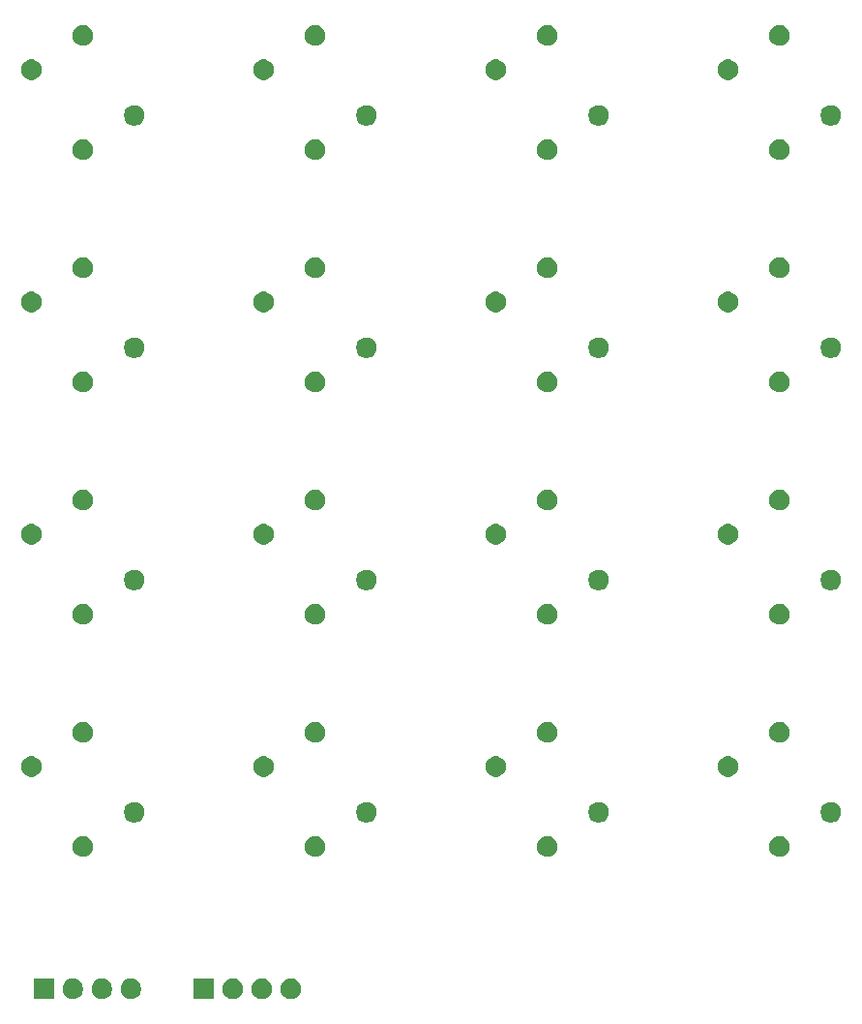
<source format=gbr>
G04 #@! TF.GenerationSoftware,KiCad,Pcbnew,(5.1.5)-3*
G04 #@! TF.CreationDate,2021-02-09T20:58:30+01:00*
G04 #@! TF.ProjectId,Keyboard,4b657962-6f61-4726-942e-6b696361645f,rev?*
G04 #@! TF.SameCoordinates,Original*
G04 #@! TF.FileFunction,Soldermask,Bot*
G04 #@! TF.FilePolarity,Negative*
%FSLAX46Y46*%
G04 Gerber Fmt 4.6, Leading zero omitted, Abs format (unit mm)*
G04 Created by KiCad (PCBNEW (5.1.5)-3) date 2021-02-09 20:58:30*
%MOMM*%
%LPD*%
G04 APERTURE LIST*
%ADD10C,0.100000*%
G04 APERTURE END LIST*
D10*
G36*
X121733512Y-129103927D02*
G01*
X121882812Y-129133624D01*
X122046784Y-129201544D01*
X122194354Y-129300147D01*
X122319853Y-129425646D01*
X122418456Y-129573216D01*
X122486376Y-129737188D01*
X122521000Y-129911259D01*
X122521000Y-130088741D01*
X122486376Y-130262812D01*
X122418456Y-130426784D01*
X122319853Y-130574354D01*
X122194354Y-130699853D01*
X122046784Y-130798456D01*
X121882812Y-130866376D01*
X121733512Y-130896073D01*
X121708742Y-130901000D01*
X121531258Y-130901000D01*
X121506488Y-130896073D01*
X121357188Y-130866376D01*
X121193216Y-130798456D01*
X121045646Y-130699853D01*
X120920147Y-130574354D01*
X120821544Y-130426784D01*
X120753624Y-130262812D01*
X120719000Y-130088741D01*
X120719000Y-129911259D01*
X120753624Y-129737188D01*
X120821544Y-129573216D01*
X120920147Y-129425646D01*
X121045646Y-129300147D01*
X121193216Y-129201544D01*
X121357188Y-129133624D01*
X121506488Y-129103927D01*
X121531258Y-129099000D01*
X121708742Y-129099000D01*
X121733512Y-129103927D01*
G37*
G36*
X116653512Y-129103927D02*
G01*
X116802812Y-129133624D01*
X116966784Y-129201544D01*
X117114354Y-129300147D01*
X117239853Y-129425646D01*
X117338456Y-129573216D01*
X117406376Y-129737188D01*
X117441000Y-129911259D01*
X117441000Y-130088741D01*
X117406376Y-130262812D01*
X117338456Y-130426784D01*
X117239853Y-130574354D01*
X117114354Y-130699853D01*
X116966784Y-130798456D01*
X116802812Y-130866376D01*
X116653512Y-130896073D01*
X116628742Y-130901000D01*
X116451258Y-130901000D01*
X116426488Y-130896073D01*
X116277188Y-130866376D01*
X116113216Y-130798456D01*
X115965646Y-130699853D01*
X115840147Y-130574354D01*
X115741544Y-130426784D01*
X115673624Y-130262812D01*
X115639000Y-130088741D01*
X115639000Y-129911259D01*
X115673624Y-129737188D01*
X115741544Y-129573216D01*
X115840147Y-129425646D01*
X115965646Y-129300147D01*
X116113216Y-129201544D01*
X116277188Y-129133624D01*
X116426488Y-129103927D01*
X116451258Y-129099000D01*
X116628742Y-129099000D01*
X116653512Y-129103927D01*
G37*
G36*
X114901000Y-130901000D02*
G01*
X113099000Y-130901000D01*
X113099000Y-129099000D01*
X114901000Y-129099000D01*
X114901000Y-130901000D01*
G37*
G36*
X107733512Y-129103927D02*
G01*
X107882812Y-129133624D01*
X108046784Y-129201544D01*
X108194354Y-129300147D01*
X108319853Y-129425646D01*
X108418456Y-129573216D01*
X108486376Y-129737188D01*
X108521000Y-129911259D01*
X108521000Y-130088741D01*
X108486376Y-130262812D01*
X108418456Y-130426784D01*
X108319853Y-130574354D01*
X108194354Y-130699853D01*
X108046784Y-130798456D01*
X107882812Y-130866376D01*
X107733512Y-130896073D01*
X107708742Y-130901000D01*
X107531258Y-130901000D01*
X107506488Y-130896073D01*
X107357188Y-130866376D01*
X107193216Y-130798456D01*
X107045646Y-130699853D01*
X106920147Y-130574354D01*
X106821544Y-130426784D01*
X106753624Y-130262812D01*
X106719000Y-130088741D01*
X106719000Y-129911259D01*
X106753624Y-129737188D01*
X106821544Y-129573216D01*
X106920147Y-129425646D01*
X107045646Y-129300147D01*
X107193216Y-129201544D01*
X107357188Y-129133624D01*
X107506488Y-129103927D01*
X107531258Y-129099000D01*
X107708742Y-129099000D01*
X107733512Y-129103927D01*
G37*
G36*
X105193512Y-129103927D02*
G01*
X105342812Y-129133624D01*
X105506784Y-129201544D01*
X105654354Y-129300147D01*
X105779853Y-129425646D01*
X105878456Y-129573216D01*
X105946376Y-129737188D01*
X105981000Y-129911259D01*
X105981000Y-130088741D01*
X105946376Y-130262812D01*
X105878456Y-130426784D01*
X105779853Y-130574354D01*
X105654354Y-130699853D01*
X105506784Y-130798456D01*
X105342812Y-130866376D01*
X105193512Y-130896073D01*
X105168742Y-130901000D01*
X104991258Y-130901000D01*
X104966488Y-130896073D01*
X104817188Y-130866376D01*
X104653216Y-130798456D01*
X104505646Y-130699853D01*
X104380147Y-130574354D01*
X104281544Y-130426784D01*
X104213624Y-130262812D01*
X104179000Y-130088741D01*
X104179000Y-129911259D01*
X104213624Y-129737188D01*
X104281544Y-129573216D01*
X104380147Y-129425646D01*
X104505646Y-129300147D01*
X104653216Y-129201544D01*
X104817188Y-129133624D01*
X104966488Y-129103927D01*
X104991258Y-129099000D01*
X105168742Y-129099000D01*
X105193512Y-129103927D01*
G37*
G36*
X102653512Y-129103927D02*
G01*
X102802812Y-129133624D01*
X102966784Y-129201544D01*
X103114354Y-129300147D01*
X103239853Y-129425646D01*
X103338456Y-129573216D01*
X103406376Y-129737188D01*
X103441000Y-129911259D01*
X103441000Y-130088741D01*
X103406376Y-130262812D01*
X103338456Y-130426784D01*
X103239853Y-130574354D01*
X103114354Y-130699853D01*
X102966784Y-130798456D01*
X102802812Y-130866376D01*
X102653512Y-130896073D01*
X102628742Y-130901000D01*
X102451258Y-130901000D01*
X102426488Y-130896073D01*
X102277188Y-130866376D01*
X102113216Y-130798456D01*
X101965646Y-130699853D01*
X101840147Y-130574354D01*
X101741544Y-130426784D01*
X101673624Y-130262812D01*
X101639000Y-130088741D01*
X101639000Y-129911259D01*
X101673624Y-129737188D01*
X101741544Y-129573216D01*
X101840147Y-129425646D01*
X101965646Y-129300147D01*
X102113216Y-129201544D01*
X102277188Y-129133624D01*
X102426488Y-129103927D01*
X102451258Y-129099000D01*
X102628742Y-129099000D01*
X102653512Y-129103927D01*
G37*
G36*
X100901000Y-130901000D02*
G01*
X99099000Y-130901000D01*
X99099000Y-129099000D01*
X100901000Y-129099000D01*
X100901000Y-130901000D01*
G37*
G36*
X119193512Y-129103927D02*
G01*
X119342812Y-129133624D01*
X119506784Y-129201544D01*
X119654354Y-129300147D01*
X119779853Y-129425646D01*
X119878456Y-129573216D01*
X119946376Y-129737188D01*
X119981000Y-129911259D01*
X119981000Y-130088741D01*
X119946376Y-130262812D01*
X119878456Y-130426784D01*
X119779853Y-130574354D01*
X119654354Y-130699853D01*
X119506784Y-130798456D01*
X119342812Y-130866376D01*
X119193512Y-130896073D01*
X119168742Y-130901000D01*
X118991258Y-130901000D01*
X118966488Y-130896073D01*
X118817188Y-130866376D01*
X118653216Y-130798456D01*
X118505646Y-130699853D01*
X118380147Y-130574354D01*
X118281544Y-130426784D01*
X118213624Y-130262812D01*
X118179000Y-130088741D01*
X118179000Y-129911259D01*
X118213624Y-129737188D01*
X118281544Y-129573216D01*
X118380147Y-129425646D01*
X118505646Y-129300147D01*
X118653216Y-129201544D01*
X118817188Y-129133624D01*
X118966488Y-129103927D01*
X118991258Y-129099000D01*
X119168742Y-129099000D01*
X119193512Y-129103927D01*
G37*
G36*
X144171512Y-116665927D02*
G01*
X144320812Y-116695624D01*
X144484784Y-116763544D01*
X144632354Y-116862147D01*
X144757853Y-116987646D01*
X144856456Y-117135216D01*
X144924376Y-117299188D01*
X144959000Y-117473259D01*
X144959000Y-117650741D01*
X144924376Y-117824812D01*
X144856456Y-117988784D01*
X144757853Y-118136354D01*
X144632354Y-118261853D01*
X144484784Y-118360456D01*
X144320812Y-118428376D01*
X144171512Y-118458073D01*
X144146742Y-118463000D01*
X143969258Y-118463000D01*
X143944488Y-118458073D01*
X143795188Y-118428376D01*
X143631216Y-118360456D01*
X143483646Y-118261853D01*
X143358147Y-118136354D01*
X143259544Y-117988784D01*
X143191624Y-117824812D01*
X143157000Y-117650741D01*
X143157000Y-117473259D01*
X143191624Y-117299188D01*
X143259544Y-117135216D01*
X143358147Y-116987646D01*
X143483646Y-116862147D01*
X143631216Y-116763544D01*
X143795188Y-116695624D01*
X143944488Y-116665927D01*
X143969258Y-116661000D01*
X144146742Y-116661000D01*
X144171512Y-116665927D01*
G37*
G36*
X123851512Y-116665927D02*
G01*
X124000812Y-116695624D01*
X124164784Y-116763544D01*
X124312354Y-116862147D01*
X124437853Y-116987646D01*
X124536456Y-117135216D01*
X124604376Y-117299188D01*
X124639000Y-117473259D01*
X124639000Y-117650741D01*
X124604376Y-117824812D01*
X124536456Y-117988784D01*
X124437853Y-118136354D01*
X124312354Y-118261853D01*
X124164784Y-118360456D01*
X124000812Y-118428376D01*
X123851512Y-118458073D01*
X123826742Y-118463000D01*
X123649258Y-118463000D01*
X123624488Y-118458073D01*
X123475188Y-118428376D01*
X123311216Y-118360456D01*
X123163646Y-118261853D01*
X123038147Y-118136354D01*
X122939544Y-117988784D01*
X122871624Y-117824812D01*
X122837000Y-117650741D01*
X122837000Y-117473259D01*
X122871624Y-117299188D01*
X122939544Y-117135216D01*
X123038147Y-116987646D01*
X123163646Y-116862147D01*
X123311216Y-116763544D01*
X123475188Y-116695624D01*
X123624488Y-116665927D01*
X123649258Y-116661000D01*
X123826742Y-116661000D01*
X123851512Y-116665927D01*
G37*
G36*
X164491512Y-116665927D02*
G01*
X164640812Y-116695624D01*
X164804784Y-116763544D01*
X164952354Y-116862147D01*
X165077853Y-116987646D01*
X165176456Y-117135216D01*
X165244376Y-117299188D01*
X165279000Y-117473259D01*
X165279000Y-117650741D01*
X165244376Y-117824812D01*
X165176456Y-117988784D01*
X165077853Y-118136354D01*
X164952354Y-118261853D01*
X164804784Y-118360456D01*
X164640812Y-118428376D01*
X164491512Y-118458073D01*
X164466742Y-118463000D01*
X164289258Y-118463000D01*
X164264488Y-118458073D01*
X164115188Y-118428376D01*
X163951216Y-118360456D01*
X163803646Y-118261853D01*
X163678147Y-118136354D01*
X163579544Y-117988784D01*
X163511624Y-117824812D01*
X163477000Y-117650741D01*
X163477000Y-117473259D01*
X163511624Y-117299188D01*
X163579544Y-117135216D01*
X163678147Y-116987646D01*
X163803646Y-116862147D01*
X163951216Y-116763544D01*
X164115188Y-116695624D01*
X164264488Y-116665927D01*
X164289258Y-116661000D01*
X164466742Y-116661000D01*
X164491512Y-116665927D01*
G37*
G36*
X103531512Y-116665927D02*
G01*
X103680812Y-116695624D01*
X103844784Y-116763544D01*
X103992354Y-116862147D01*
X104117853Y-116987646D01*
X104216456Y-117135216D01*
X104284376Y-117299188D01*
X104319000Y-117473259D01*
X104319000Y-117650741D01*
X104284376Y-117824812D01*
X104216456Y-117988784D01*
X104117853Y-118136354D01*
X103992354Y-118261853D01*
X103844784Y-118360456D01*
X103680812Y-118428376D01*
X103531512Y-118458073D01*
X103506742Y-118463000D01*
X103329258Y-118463000D01*
X103304488Y-118458073D01*
X103155188Y-118428376D01*
X102991216Y-118360456D01*
X102843646Y-118261853D01*
X102718147Y-118136354D01*
X102619544Y-117988784D01*
X102551624Y-117824812D01*
X102517000Y-117650741D01*
X102517000Y-117473259D01*
X102551624Y-117299188D01*
X102619544Y-117135216D01*
X102718147Y-116987646D01*
X102843646Y-116862147D01*
X102991216Y-116763544D01*
X103155188Y-116695624D01*
X103304488Y-116665927D01*
X103329258Y-116661000D01*
X103506742Y-116661000D01*
X103531512Y-116665927D01*
G37*
G36*
X168991512Y-113665927D02*
G01*
X169140812Y-113695624D01*
X169304784Y-113763544D01*
X169452354Y-113862147D01*
X169577853Y-113987646D01*
X169676456Y-114135216D01*
X169744376Y-114299188D01*
X169779000Y-114473259D01*
X169779000Y-114650741D01*
X169744376Y-114824812D01*
X169676456Y-114988784D01*
X169577853Y-115136354D01*
X169452354Y-115261853D01*
X169304784Y-115360456D01*
X169140812Y-115428376D01*
X168991512Y-115458073D01*
X168966742Y-115463000D01*
X168789258Y-115463000D01*
X168764488Y-115458073D01*
X168615188Y-115428376D01*
X168451216Y-115360456D01*
X168303646Y-115261853D01*
X168178147Y-115136354D01*
X168079544Y-114988784D01*
X168011624Y-114824812D01*
X167977000Y-114650741D01*
X167977000Y-114473259D01*
X168011624Y-114299188D01*
X168079544Y-114135216D01*
X168178147Y-113987646D01*
X168303646Y-113862147D01*
X168451216Y-113763544D01*
X168615188Y-113695624D01*
X168764488Y-113665927D01*
X168789258Y-113661000D01*
X168966742Y-113661000D01*
X168991512Y-113665927D01*
G37*
G36*
X108031512Y-113665927D02*
G01*
X108180812Y-113695624D01*
X108344784Y-113763544D01*
X108492354Y-113862147D01*
X108617853Y-113987646D01*
X108716456Y-114135216D01*
X108784376Y-114299188D01*
X108819000Y-114473259D01*
X108819000Y-114650741D01*
X108784376Y-114824812D01*
X108716456Y-114988784D01*
X108617853Y-115136354D01*
X108492354Y-115261853D01*
X108344784Y-115360456D01*
X108180812Y-115428376D01*
X108031512Y-115458073D01*
X108006742Y-115463000D01*
X107829258Y-115463000D01*
X107804488Y-115458073D01*
X107655188Y-115428376D01*
X107491216Y-115360456D01*
X107343646Y-115261853D01*
X107218147Y-115136354D01*
X107119544Y-114988784D01*
X107051624Y-114824812D01*
X107017000Y-114650741D01*
X107017000Y-114473259D01*
X107051624Y-114299188D01*
X107119544Y-114135216D01*
X107218147Y-113987646D01*
X107343646Y-113862147D01*
X107491216Y-113763544D01*
X107655188Y-113695624D01*
X107804488Y-113665927D01*
X107829258Y-113661000D01*
X108006742Y-113661000D01*
X108031512Y-113665927D01*
G37*
G36*
X128351512Y-113665927D02*
G01*
X128500812Y-113695624D01*
X128664784Y-113763544D01*
X128812354Y-113862147D01*
X128937853Y-113987646D01*
X129036456Y-114135216D01*
X129104376Y-114299188D01*
X129139000Y-114473259D01*
X129139000Y-114650741D01*
X129104376Y-114824812D01*
X129036456Y-114988784D01*
X128937853Y-115136354D01*
X128812354Y-115261853D01*
X128664784Y-115360456D01*
X128500812Y-115428376D01*
X128351512Y-115458073D01*
X128326742Y-115463000D01*
X128149258Y-115463000D01*
X128124488Y-115458073D01*
X127975188Y-115428376D01*
X127811216Y-115360456D01*
X127663646Y-115261853D01*
X127538147Y-115136354D01*
X127439544Y-114988784D01*
X127371624Y-114824812D01*
X127337000Y-114650741D01*
X127337000Y-114473259D01*
X127371624Y-114299188D01*
X127439544Y-114135216D01*
X127538147Y-113987646D01*
X127663646Y-113862147D01*
X127811216Y-113763544D01*
X127975188Y-113695624D01*
X128124488Y-113665927D01*
X128149258Y-113661000D01*
X128326742Y-113661000D01*
X128351512Y-113665927D01*
G37*
G36*
X148671512Y-113665927D02*
G01*
X148820812Y-113695624D01*
X148984784Y-113763544D01*
X149132354Y-113862147D01*
X149257853Y-113987646D01*
X149356456Y-114135216D01*
X149424376Y-114299188D01*
X149459000Y-114473259D01*
X149459000Y-114650741D01*
X149424376Y-114824812D01*
X149356456Y-114988784D01*
X149257853Y-115136354D01*
X149132354Y-115261853D01*
X148984784Y-115360456D01*
X148820812Y-115428376D01*
X148671512Y-115458073D01*
X148646742Y-115463000D01*
X148469258Y-115463000D01*
X148444488Y-115458073D01*
X148295188Y-115428376D01*
X148131216Y-115360456D01*
X147983646Y-115261853D01*
X147858147Y-115136354D01*
X147759544Y-114988784D01*
X147691624Y-114824812D01*
X147657000Y-114650741D01*
X147657000Y-114473259D01*
X147691624Y-114299188D01*
X147759544Y-114135216D01*
X147858147Y-113987646D01*
X147983646Y-113862147D01*
X148131216Y-113763544D01*
X148295188Y-113695624D01*
X148444488Y-113665927D01*
X148469258Y-113661000D01*
X148646742Y-113661000D01*
X148671512Y-113665927D01*
G37*
G36*
X119351512Y-109665927D02*
G01*
X119500812Y-109695624D01*
X119664784Y-109763544D01*
X119812354Y-109862147D01*
X119937853Y-109987646D01*
X120036456Y-110135216D01*
X120104376Y-110299188D01*
X120139000Y-110473259D01*
X120139000Y-110650741D01*
X120104376Y-110824812D01*
X120036456Y-110988784D01*
X119937853Y-111136354D01*
X119812354Y-111261853D01*
X119664784Y-111360456D01*
X119500812Y-111428376D01*
X119351512Y-111458073D01*
X119326742Y-111463000D01*
X119149258Y-111463000D01*
X119124488Y-111458073D01*
X118975188Y-111428376D01*
X118811216Y-111360456D01*
X118663646Y-111261853D01*
X118538147Y-111136354D01*
X118439544Y-110988784D01*
X118371624Y-110824812D01*
X118337000Y-110650741D01*
X118337000Y-110473259D01*
X118371624Y-110299188D01*
X118439544Y-110135216D01*
X118538147Y-109987646D01*
X118663646Y-109862147D01*
X118811216Y-109763544D01*
X118975188Y-109695624D01*
X119124488Y-109665927D01*
X119149258Y-109661000D01*
X119326742Y-109661000D01*
X119351512Y-109665927D01*
G37*
G36*
X99031512Y-109665927D02*
G01*
X99180812Y-109695624D01*
X99344784Y-109763544D01*
X99492354Y-109862147D01*
X99617853Y-109987646D01*
X99716456Y-110135216D01*
X99784376Y-110299188D01*
X99819000Y-110473259D01*
X99819000Y-110650741D01*
X99784376Y-110824812D01*
X99716456Y-110988784D01*
X99617853Y-111136354D01*
X99492354Y-111261853D01*
X99344784Y-111360456D01*
X99180812Y-111428376D01*
X99031512Y-111458073D01*
X99006742Y-111463000D01*
X98829258Y-111463000D01*
X98804488Y-111458073D01*
X98655188Y-111428376D01*
X98491216Y-111360456D01*
X98343646Y-111261853D01*
X98218147Y-111136354D01*
X98119544Y-110988784D01*
X98051624Y-110824812D01*
X98017000Y-110650741D01*
X98017000Y-110473259D01*
X98051624Y-110299188D01*
X98119544Y-110135216D01*
X98218147Y-109987646D01*
X98343646Y-109862147D01*
X98491216Y-109763544D01*
X98655188Y-109695624D01*
X98804488Y-109665927D01*
X98829258Y-109661000D01*
X99006742Y-109661000D01*
X99031512Y-109665927D01*
G37*
G36*
X139671512Y-109665927D02*
G01*
X139820812Y-109695624D01*
X139984784Y-109763544D01*
X140132354Y-109862147D01*
X140257853Y-109987646D01*
X140356456Y-110135216D01*
X140424376Y-110299188D01*
X140459000Y-110473259D01*
X140459000Y-110650741D01*
X140424376Y-110824812D01*
X140356456Y-110988784D01*
X140257853Y-111136354D01*
X140132354Y-111261853D01*
X139984784Y-111360456D01*
X139820812Y-111428376D01*
X139671512Y-111458073D01*
X139646742Y-111463000D01*
X139469258Y-111463000D01*
X139444488Y-111458073D01*
X139295188Y-111428376D01*
X139131216Y-111360456D01*
X138983646Y-111261853D01*
X138858147Y-111136354D01*
X138759544Y-110988784D01*
X138691624Y-110824812D01*
X138657000Y-110650741D01*
X138657000Y-110473259D01*
X138691624Y-110299188D01*
X138759544Y-110135216D01*
X138858147Y-109987646D01*
X138983646Y-109862147D01*
X139131216Y-109763544D01*
X139295188Y-109695624D01*
X139444488Y-109665927D01*
X139469258Y-109661000D01*
X139646742Y-109661000D01*
X139671512Y-109665927D01*
G37*
G36*
X159991512Y-109665927D02*
G01*
X160140812Y-109695624D01*
X160304784Y-109763544D01*
X160452354Y-109862147D01*
X160577853Y-109987646D01*
X160676456Y-110135216D01*
X160744376Y-110299188D01*
X160779000Y-110473259D01*
X160779000Y-110650741D01*
X160744376Y-110824812D01*
X160676456Y-110988784D01*
X160577853Y-111136354D01*
X160452354Y-111261853D01*
X160304784Y-111360456D01*
X160140812Y-111428376D01*
X159991512Y-111458073D01*
X159966742Y-111463000D01*
X159789258Y-111463000D01*
X159764488Y-111458073D01*
X159615188Y-111428376D01*
X159451216Y-111360456D01*
X159303646Y-111261853D01*
X159178147Y-111136354D01*
X159079544Y-110988784D01*
X159011624Y-110824812D01*
X158977000Y-110650741D01*
X158977000Y-110473259D01*
X159011624Y-110299188D01*
X159079544Y-110135216D01*
X159178147Y-109987646D01*
X159303646Y-109862147D01*
X159451216Y-109763544D01*
X159615188Y-109695624D01*
X159764488Y-109665927D01*
X159789258Y-109661000D01*
X159966742Y-109661000D01*
X159991512Y-109665927D01*
G37*
G36*
X103531512Y-106665927D02*
G01*
X103680812Y-106695624D01*
X103844784Y-106763544D01*
X103992354Y-106862147D01*
X104117853Y-106987646D01*
X104216456Y-107135216D01*
X104284376Y-107299188D01*
X104319000Y-107473259D01*
X104319000Y-107650741D01*
X104284376Y-107824812D01*
X104216456Y-107988784D01*
X104117853Y-108136354D01*
X103992354Y-108261853D01*
X103844784Y-108360456D01*
X103680812Y-108428376D01*
X103531512Y-108458073D01*
X103506742Y-108463000D01*
X103329258Y-108463000D01*
X103304488Y-108458073D01*
X103155188Y-108428376D01*
X102991216Y-108360456D01*
X102843646Y-108261853D01*
X102718147Y-108136354D01*
X102619544Y-107988784D01*
X102551624Y-107824812D01*
X102517000Y-107650741D01*
X102517000Y-107473259D01*
X102551624Y-107299188D01*
X102619544Y-107135216D01*
X102718147Y-106987646D01*
X102843646Y-106862147D01*
X102991216Y-106763544D01*
X103155188Y-106695624D01*
X103304488Y-106665927D01*
X103329258Y-106661000D01*
X103506742Y-106661000D01*
X103531512Y-106665927D01*
G37*
G36*
X164491512Y-106665927D02*
G01*
X164640812Y-106695624D01*
X164804784Y-106763544D01*
X164952354Y-106862147D01*
X165077853Y-106987646D01*
X165176456Y-107135216D01*
X165244376Y-107299188D01*
X165279000Y-107473259D01*
X165279000Y-107650741D01*
X165244376Y-107824812D01*
X165176456Y-107988784D01*
X165077853Y-108136354D01*
X164952354Y-108261853D01*
X164804784Y-108360456D01*
X164640812Y-108428376D01*
X164491512Y-108458073D01*
X164466742Y-108463000D01*
X164289258Y-108463000D01*
X164264488Y-108458073D01*
X164115188Y-108428376D01*
X163951216Y-108360456D01*
X163803646Y-108261853D01*
X163678147Y-108136354D01*
X163579544Y-107988784D01*
X163511624Y-107824812D01*
X163477000Y-107650741D01*
X163477000Y-107473259D01*
X163511624Y-107299188D01*
X163579544Y-107135216D01*
X163678147Y-106987646D01*
X163803646Y-106862147D01*
X163951216Y-106763544D01*
X164115188Y-106695624D01*
X164264488Y-106665927D01*
X164289258Y-106661000D01*
X164466742Y-106661000D01*
X164491512Y-106665927D01*
G37*
G36*
X144171512Y-106665927D02*
G01*
X144320812Y-106695624D01*
X144484784Y-106763544D01*
X144632354Y-106862147D01*
X144757853Y-106987646D01*
X144856456Y-107135216D01*
X144924376Y-107299188D01*
X144959000Y-107473259D01*
X144959000Y-107650741D01*
X144924376Y-107824812D01*
X144856456Y-107988784D01*
X144757853Y-108136354D01*
X144632354Y-108261853D01*
X144484784Y-108360456D01*
X144320812Y-108428376D01*
X144171512Y-108458073D01*
X144146742Y-108463000D01*
X143969258Y-108463000D01*
X143944488Y-108458073D01*
X143795188Y-108428376D01*
X143631216Y-108360456D01*
X143483646Y-108261853D01*
X143358147Y-108136354D01*
X143259544Y-107988784D01*
X143191624Y-107824812D01*
X143157000Y-107650741D01*
X143157000Y-107473259D01*
X143191624Y-107299188D01*
X143259544Y-107135216D01*
X143358147Y-106987646D01*
X143483646Y-106862147D01*
X143631216Y-106763544D01*
X143795188Y-106695624D01*
X143944488Y-106665927D01*
X143969258Y-106661000D01*
X144146742Y-106661000D01*
X144171512Y-106665927D01*
G37*
G36*
X123851512Y-106665927D02*
G01*
X124000812Y-106695624D01*
X124164784Y-106763544D01*
X124312354Y-106862147D01*
X124437853Y-106987646D01*
X124536456Y-107135216D01*
X124604376Y-107299188D01*
X124639000Y-107473259D01*
X124639000Y-107650741D01*
X124604376Y-107824812D01*
X124536456Y-107988784D01*
X124437853Y-108136354D01*
X124312354Y-108261853D01*
X124164784Y-108360456D01*
X124000812Y-108428376D01*
X123851512Y-108458073D01*
X123826742Y-108463000D01*
X123649258Y-108463000D01*
X123624488Y-108458073D01*
X123475188Y-108428376D01*
X123311216Y-108360456D01*
X123163646Y-108261853D01*
X123038147Y-108136354D01*
X122939544Y-107988784D01*
X122871624Y-107824812D01*
X122837000Y-107650741D01*
X122837000Y-107473259D01*
X122871624Y-107299188D01*
X122939544Y-107135216D01*
X123038147Y-106987646D01*
X123163646Y-106862147D01*
X123311216Y-106763544D01*
X123475188Y-106695624D01*
X123624488Y-106665927D01*
X123649258Y-106661000D01*
X123826742Y-106661000D01*
X123851512Y-106665927D01*
G37*
G36*
X164491512Y-96345927D02*
G01*
X164640812Y-96375624D01*
X164804784Y-96443544D01*
X164952354Y-96542147D01*
X165077853Y-96667646D01*
X165176456Y-96815216D01*
X165244376Y-96979188D01*
X165279000Y-97153259D01*
X165279000Y-97330741D01*
X165244376Y-97504812D01*
X165176456Y-97668784D01*
X165077853Y-97816354D01*
X164952354Y-97941853D01*
X164804784Y-98040456D01*
X164640812Y-98108376D01*
X164491512Y-98138073D01*
X164466742Y-98143000D01*
X164289258Y-98143000D01*
X164264488Y-98138073D01*
X164115188Y-98108376D01*
X163951216Y-98040456D01*
X163803646Y-97941853D01*
X163678147Y-97816354D01*
X163579544Y-97668784D01*
X163511624Y-97504812D01*
X163477000Y-97330741D01*
X163477000Y-97153259D01*
X163511624Y-96979188D01*
X163579544Y-96815216D01*
X163678147Y-96667646D01*
X163803646Y-96542147D01*
X163951216Y-96443544D01*
X164115188Y-96375624D01*
X164264488Y-96345927D01*
X164289258Y-96341000D01*
X164466742Y-96341000D01*
X164491512Y-96345927D01*
G37*
G36*
X144171512Y-96345927D02*
G01*
X144320812Y-96375624D01*
X144484784Y-96443544D01*
X144632354Y-96542147D01*
X144757853Y-96667646D01*
X144856456Y-96815216D01*
X144924376Y-96979188D01*
X144959000Y-97153259D01*
X144959000Y-97330741D01*
X144924376Y-97504812D01*
X144856456Y-97668784D01*
X144757853Y-97816354D01*
X144632354Y-97941853D01*
X144484784Y-98040456D01*
X144320812Y-98108376D01*
X144171512Y-98138073D01*
X144146742Y-98143000D01*
X143969258Y-98143000D01*
X143944488Y-98138073D01*
X143795188Y-98108376D01*
X143631216Y-98040456D01*
X143483646Y-97941853D01*
X143358147Y-97816354D01*
X143259544Y-97668784D01*
X143191624Y-97504812D01*
X143157000Y-97330741D01*
X143157000Y-97153259D01*
X143191624Y-96979188D01*
X143259544Y-96815216D01*
X143358147Y-96667646D01*
X143483646Y-96542147D01*
X143631216Y-96443544D01*
X143795188Y-96375624D01*
X143944488Y-96345927D01*
X143969258Y-96341000D01*
X144146742Y-96341000D01*
X144171512Y-96345927D01*
G37*
G36*
X103531512Y-96345927D02*
G01*
X103680812Y-96375624D01*
X103844784Y-96443544D01*
X103992354Y-96542147D01*
X104117853Y-96667646D01*
X104216456Y-96815216D01*
X104284376Y-96979188D01*
X104319000Y-97153259D01*
X104319000Y-97330741D01*
X104284376Y-97504812D01*
X104216456Y-97668784D01*
X104117853Y-97816354D01*
X103992354Y-97941853D01*
X103844784Y-98040456D01*
X103680812Y-98108376D01*
X103531512Y-98138073D01*
X103506742Y-98143000D01*
X103329258Y-98143000D01*
X103304488Y-98138073D01*
X103155188Y-98108376D01*
X102991216Y-98040456D01*
X102843646Y-97941853D01*
X102718147Y-97816354D01*
X102619544Y-97668784D01*
X102551624Y-97504812D01*
X102517000Y-97330741D01*
X102517000Y-97153259D01*
X102551624Y-96979188D01*
X102619544Y-96815216D01*
X102718147Y-96667646D01*
X102843646Y-96542147D01*
X102991216Y-96443544D01*
X103155188Y-96375624D01*
X103304488Y-96345927D01*
X103329258Y-96341000D01*
X103506742Y-96341000D01*
X103531512Y-96345927D01*
G37*
G36*
X123851512Y-96345927D02*
G01*
X124000812Y-96375624D01*
X124164784Y-96443544D01*
X124312354Y-96542147D01*
X124437853Y-96667646D01*
X124536456Y-96815216D01*
X124604376Y-96979188D01*
X124639000Y-97153259D01*
X124639000Y-97330741D01*
X124604376Y-97504812D01*
X124536456Y-97668784D01*
X124437853Y-97816354D01*
X124312354Y-97941853D01*
X124164784Y-98040456D01*
X124000812Y-98108376D01*
X123851512Y-98138073D01*
X123826742Y-98143000D01*
X123649258Y-98143000D01*
X123624488Y-98138073D01*
X123475188Y-98108376D01*
X123311216Y-98040456D01*
X123163646Y-97941853D01*
X123038147Y-97816354D01*
X122939544Y-97668784D01*
X122871624Y-97504812D01*
X122837000Y-97330741D01*
X122837000Y-97153259D01*
X122871624Y-96979188D01*
X122939544Y-96815216D01*
X123038147Y-96667646D01*
X123163646Y-96542147D01*
X123311216Y-96443544D01*
X123475188Y-96375624D01*
X123624488Y-96345927D01*
X123649258Y-96341000D01*
X123826742Y-96341000D01*
X123851512Y-96345927D01*
G37*
G36*
X108031512Y-93345927D02*
G01*
X108180812Y-93375624D01*
X108344784Y-93443544D01*
X108492354Y-93542147D01*
X108617853Y-93667646D01*
X108716456Y-93815216D01*
X108784376Y-93979188D01*
X108819000Y-94153259D01*
X108819000Y-94330741D01*
X108784376Y-94504812D01*
X108716456Y-94668784D01*
X108617853Y-94816354D01*
X108492354Y-94941853D01*
X108344784Y-95040456D01*
X108180812Y-95108376D01*
X108031512Y-95138073D01*
X108006742Y-95143000D01*
X107829258Y-95143000D01*
X107804488Y-95138073D01*
X107655188Y-95108376D01*
X107491216Y-95040456D01*
X107343646Y-94941853D01*
X107218147Y-94816354D01*
X107119544Y-94668784D01*
X107051624Y-94504812D01*
X107017000Y-94330741D01*
X107017000Y-94153259D01*
X107051624Y-93979188D01*
X107119544Y-93815216D01*
X107218147Y-93667646D01*
X107343646Y-93542147D01*
X107491216Y-93443544D01*
X107655188Y-93375624D01*
X107804488Y-93345927D01*
X107829258Y-93341000D01*
X108006742Y-93341000D01*
X108031512Y-93345927D01*
G37*
G36*
X148671512Y-93345927D02*
G01*
X148820812Y-93375624D01*
X148984784Y-93443544D01*
X149132354Y-93542147D01*
X149257853Y-93667646D01*
X149356456Y-93815216D01*
X149424376Y-93979188D01*
X149459000Y-94153259D01*
X149459000Y-94330741D01*
X149424376Y-94504812D01*
X149356456Y-94668784D01*
X149257853Y-94816354D01*
X149132354Y-94941853D01*
X148984784Y-95040456D01*
X148820812Y-95108376D01*
X148671512Y-95138073D01*
X148646742Y-95143000D01*
X148469258Y-95143000D01*
X148444488Y-95138073D01*
X148295188Y-95108376D01*
X148131216Y-95040456D01*
X147983646Y-94941853D01*
X147858147Y-94816354D01*
X147759544Y-94668784D01*
X147691624Y-94504812D01*
X147657000Y-94330741D01*
X147657000Y-94153259D01*
X147691624Y-93979188D01*
X147759544Y-93815216D01*
X147858147Y-93667646D01*
X147983646Y-93542147D01*
X148131216Y-93443544D01*
X148295188Y-93375624D01*
X148444488Y-93345927D01*
X148469258Y-93341000D01*
X148646742Y-93341000D01*
X148671512Y-93345927D01*
G37*
G36*
X168991512Y-93345927D02*
G01*
X169140812Y-93375624D01*
X169304784Y-93443544D01*
X169452354Y-93542147D01*
X169577853Y-93667646D01*
X169676456Y-93815216D01*
X169744376Y-93979188D01*
X169779000Y-94153259D01*
X169779000Y-94330741D01*
X169744376Y-94504812D01*
X169676456Y-94668784D01*
X169577853Y-94816354D01*
X169452354Y-94941853D01*
X169304784Y-95040456D01*
X169140812Y-95108376D01*
X168991512Y-95138073D01*
X168966742Y-95143000D01*
X168789258Y-95143000D01*
X168764488Y-95138073D01*
X168615188Y-95108376D01*
X168451216Y-95040456D01*
X168303646Y-94941853D01*
X168178147Y-94816354D01*
X168079544Y-94668784D01*
X168011624Y-94504812D01*
X167977000Y-94330741D01*
X167977000Y-94153259D01*
X168011624Y-93979188D01*
X168079544Y-93815216D01*
X168178147Y-93667646D01*
X168303646Y-93542147D01*
X168451216Y-93443544D01*
X168615188Y-93375624D01*
X168764488Y-93345927D01*
X168789258Y-93341000D01*
X168966742Y-93341000D01*
X168991512Y-93345927D01*
G37*
G36*
X128351512Y-93345927D02*
G01*
X128500812Y-93375624D01*
X128664784Y-93443544D01*
X128812354Y-93542147D01*
X128937853Y-93667646D01*
X129036456Y-93815216D01*
X129104376Y-93979188D01*
X129139000Y-94153259D01*
X129139000Y-94330741D01*
X129104376Y-94504812D01*
X129036456Y-94668784D01*
X128937853Y-94816354D01*
X128812354Y-94941853D01*
X128664784Y-95040456D01*
X128500812Y-95108376D01*
X128351512Y-95138073D01*
X128326742Y-95143000D01*
X128149258Y-95143000D01*
X128124488Y-95138073D01*
X127975188Y-95108376D01*
X127811216Y-95040456D01*
X127663646Y-94941853D01*
X127538147Y-94816354D01*
X127439544Y-94668784D01*
X127371624Y-94504812D01*
X127337000Y-94330741D01*
X127337000Y-94153259D01*
X127371624Y-93979188D01*
X127439544Y-93815216D01*
X127538147Y-93667646D01*
X127663646Y-93542147D01*
X127811216Y-93443544D01*
X127975188Y-93375624D01*
X128124488Y-93345927D01*
X128149258Y-93341000D01*
X128326742Y-93341000D01*
X128351512Y-93345927D01*
G37*
G36*
X139671512Y-89345927D02*
G01*
X139820812Y-89375624D01*
X139984784Y-89443544D01*
X140132354Y-89542147D01*
X140257853Y-89667646D01*
X140356456Y-89815216D01*
X140424376Y-89979188D01*
X140459000Y-90153259D01*
X140459000Y-90330741D01*
X140424376Y-90504812D01*
X140356456Y-90668784D01*
X140257853Y-90816354D01*
X140132354Y-90941853D01*
X139984784Y-91040456D01*
X139820812Y-91108376D01*
X139671512Y-91138073D01*
X139646742Y-91143000D01*
X139469258Y-91143000D01*
X139444488Y-91138073D01*
X139295188Y-91108376D01*
X139131216Y-91040456D01*
X138983646Y-90941853D01*
X138858147Y-90816354D01*
X138759544Y-90668784D01*
X138691624Y-90504812D01*
X138657000Y-90330741D01*
X138657000Y-90153259D01*
X138691624Y-89979188D01*
X138759544Y-89815216D01*
X138858147Y-89667646D01*
X138983646Y-89542147D01*
X139131216Y-89443544D01*
X139295188Y-89375624D01*
X139444488Y-89345927D01*
X139469258Y-89341000D01*
X139646742Y-89341000D01*
X139671512Y-89345927D01*
G37*
G36*
X159991512Y-89345927D02*
G01*
X160140812Y-89375624D01*
X160304784Y-89443544D01*
X160452354Y-89542147D01*
X160577853Y-89667646D01*
X160676456Y-89815216D01*
X160744376Y-89979188D01*
X160779000Y-90153259D01*
X160779000Y-90330741D01*
X160744376Y-90504812D01*
X160676456Y-90668784D01*
X160577853Y-90816354D01*
X160452354Y-90941853D01*
X160304784Y-91040456D01*
X160140812Y-91108376D01*
X159991512Y-91138073D01*
X159966742Y-91143000D01*
X159789258Y-91143000D01*
X159764488Y-91138073D01*
X159615188Y-91108376D01*
X159451216Y-91040456D01*
X159303646Y-90941853D01*
X159178147Y-90816354D01*
X159079544Y-90668784D01*
X159011624Y-90504812D01*
X158977000Y-90330741D01*
X158977000Y-90153259D01*
X159011624Y-89979188D01*
X159079544Y-89815216D01*
X159178147Y-89667646D01*
X159303646Y-89542147D01*
X159451216Y-89443544D01*
X159615188Y-89375624D01*
X159764488Y-89345927D01*
X159789258Y-89341000D01*
X159966742Y-89341000D01*
X159991512Y-89345927D01*
G37*
G36*
X99031512Y-89345927D02*
G01*
X99180812Y-89375624D01*
X99344784Y-89443544D01*
X99492354Y-89542147D01*
X99617853Y-89667646D01*
X99716456Y-89815216D01*
X99784376Y-89979188D01*
X99819000Y-90153259D01*
X99819000Y-90330741D01*
X99784376Y-90504812D01*
X99716456Y-90668784D01*
X99617853Y-90816354D01*
X99492354Y-90941853D01*
X99344784Y-91040456D01*
X99180812Y-91108376D01*
X99031512Y-91138073D01*
X99006742Y-91143000D01*
X98829258Y-91143000D01*
X98804488Y-91138073D01*
X98655188Y-91108376D01*
X98491216Y-91040456D01*
X98343646Y-90941853D01*
X98218147Y-90816354D01*
X98119544Y-90668784D01*
X98051624Y-90504812D01*
X98017000Y-90330741D01*
X98017000Y-90153259D01*
X98051624Y-89979188D01*
X98119544Y-89815216D01*
X98218147Y-89667646D01*
X98343646Y-89542147D01*
X98491216Y-89443544D01*
X98655188Y-89375624D01*
X98804488Y-89345927D01*
X98829258Y-89341000D01*
X99006742Y-89341000D01*
X99031512Y-89345927D01*
G37*
G36*
X119351512Y-89345927D02*
G01*
X119500812Y-89375624D01*
X119664784Y-89443544D01*
X119812354Y-89542147D01*
X119937853Y-89667646D01*
X120036456Y-89815216D01*
X120104376Y-89979188D01*
X120139000Y-90153259D01*
X120139000Y-90330741D01*
X120104376Y-90504812D01*
X120036456Y-90668784D01*
X119937853Y-90816354D01*
X119812354Y-90941853D01*
X119664784Y-91040456D01*
X119500812Y-91108376D01*
X119351512Y-91138073D01*
X119326742Y-91143000D01*
X119149258Y-91143000D01*
X119124488Y-91138073D01*
X118975188Y-91108376D01*
X118811216Y-91040456D01*
X118663646Y-90941853D01*
X118538147Y-90816354D01*
X118439544Y-90668784D01*
X118371624Y-90504812D01*
X118337000Y-90330741D01*
X118337000Y-90153259D01*
X118371624Y-89979188D01*
X118439544Y-89815216D01*
X118538147Y-89667646D01*
X118663646Y-89542147D01*
X118811216Y-89443544D01*
X118975188Y-89375624D01*
X119124488Y-89345927D01*
X119149258Y-89341000D01*
X119326742Y-89341000D01*
X119351512Y-89345927D01*
G37*
G36*
X164491512Y-86345927D02*
G01*
X164640812Y-86375624D01*
X164804784Y-86443544D01*
X164952354Y-86542147D01*
X165077853Y-86667646D01*
X165176456Y-86815216D01*
X165244376Y-86979188D01*
X165279000Y-87153259D01*
X165279000Y-87330741D01*
X165244376Y-87504812D01*
X165176456Y-87668784D01*
X165077853Y-87816354D01*
X164952354Y-87941853D01*
X164804784Y-88040456D01*
X164640812Y-88108376D01*
X164491512Y-88138073D01*
X164466742Y-88143000D01*
X164289258Y-88143000D01*
X164264488Y-88138073D01*
X164115188Y-88108376D01*
X163951216Y-88040456D01*
X163803646Y-87941853D01*
X163678147Y-87816354D01*
X163579544Y-87668784D01*
X163511624Y-87504812D01*
X163477000Y-87330741D01*
X163477000Y-87153259D01*
X163511624Y-86979188D01*
X163579544Y-86815216D01*
X163678147Y-86667646D01*
X163803646Y-86542147D01*
X163951216Y-86443544D01*
X164115188Y-86375624D01*
X164264488Y-86345927D01*
X164289258Y-86341000D01*
X164466742Y-86341000D01*
X164491512Y-86345927D01*
G37*
G36*
X144171512Y-86345927D02*
G01*
X144320812Y-86375624D01*
X144484784Y-86443544D01*
X144632354Y-86542147D01*
X144757853Y-86667646D01*
X144856456Y-86815216D01*
X144924376Y-86979188D01*
X144959000Y-87153259D01*
X144959000Y-87330741D01*
X144924376Y-87504812D01*
X144856456Y-87668784D01*
X144757853Y-87816354D01*
X144632354Y-87941853D01*
X144484784Y-88040456D01*
X144320812Y-88108376D01*
X144171512Y-88138073D01*
X144146742Y-88143000D01*
X143969258Y-88143000D01*
X143944488Y-88138073D01*
X143795188Y-88108376D01*
X143631216Y-88040456D01*
X143483646Y-87941853D01*
X143358147Y-87816354D01*
X143259544Y-87668784D01*
X143191624Y-87504812D01*
X143157000Y-87330741D01*
X143157000Y-87153259D01*
X143191624Y-86979188D01*
X143259544Y-86815216D01*
X143358147Y-86667646D01*
X143483646Y-86542147D01*
X143631216Y-86443544D01*
X143795188Y-86375624D01*
X143944488Y-86345927D01*
X143969258Y-86341000D01*
X144146742Y-86341000D01*
X144171512Y-86345927D01*
G37*
G36*
X103531512Y-86345927D02*
G01*
X103680812Y-86375624D01*
X103844784Y-86443544D01*
X103992354Y-86542147D01*
X104117853Y-86667646D01*
X104216456Y-86815216D01*
X104284376Y-86979188D01*
X104319000Y-87153259D01*
X104319000Y-87330741D01*
X104284376Y-87504812D01*
X104216456Y-87668784D01*
X104117853Y-87816354D01*
X103992354Y-87941853D01*
X103844784Y-88040456D01*
X103680812Y-88108376D01*
X103531512Y-88138073D01*
X103506742Y-88143000D01*
X103329258Y-88143000D01*
X103304488Y-88138073D01*
X103155188Y-88108376D01*
X102991216Y-88040456D01*
X102843646Y-87941853D01*
X102718147Y-87816354D01*
X102619544Y-87668784D01*
X102551624Y-87504812D01*
X102517000Y-87330741D01*
X102517000Y-87153259D01*
X102551624Y-86979188D01*
X102619544Y-86815216D01*
X102718147Y-86667646D01*
X102843646Y-86542147D01*
X102991216Y-86443544D01*
X103155188Y-86375624D01*
X103304488Y-86345927D01*
X103329258Y-86341000D01*
X103506742Y-86341000D01*
X103531512Y-86345927D01*
G37*
G36*
X123851512Y-86345927D02*
G01*
X124000812Y-86375624D01*
X124164784Y-86443544D01*
X124312354Y-86542147D01*
X124437853Y-86667646D01*
X124536456Y-86815216D01*
X124604376Y-86979188D01*
X124639000Y-87153259D01*
X124639000Y-87330741D01*
X124604376Y-87504812D01*
X124536456Y-87668784D01*
X124437853Y-87816354D01*
X124312354Y-87941853D01*
X124164784Y-88040456D01*
X124000812Y-88108376D01*
X123851512Y-88138073D01*
X123826742Y-88143000D01*
X123649258Y-88143000D01*
X123624488Y-88138073D01*
X123475188Y-88108376D01*
X123311216Y-88040456D01*
X123163646Y-87941853D01*
X123038147Y-87816354D01*
X122939544Y-87668784D01*
X122871624Y-87504812D01*
X122837000Y-87330741D01*
X122837000Y-87153259D01*
X122871624Y-86979188D01*
X122939544Y-86815216D01*
X123038147Y-86667646D01*
X123163646Y-86542147D01*
X123311216Y-86443544D01*
X123475188Y-86375624D01*
X123624488Y-86345927D01*
X123649258Y-86341000D01*
X123826742Y-86341000D01*
X123851512Y-86345927D01*
G37*
G36*
X164491512Y-76025927D02*
G01*
X164640812Y-76055624D01*
X164804784Y-76123544D01*
X164952354Y-76222147D01*
X165077853Y-76347646D01*
X165176456Y-76495216D01*
X165244376Y-76659188D01*
X165279000Y-76833259D01*
X165279000Y-77010741D01*
X165244376Y-77184812D01*
X165176456Y-77348784D01*
X165077853Y-77496354D01*
X164952354Y-77621853D01*
X164804784Y-77720456D01*
X164640812Y-77788376D01*
X164491512Y-77818073D01*
X164466742Y-77823000D01*
X164289258Y-77823000D01*
X164264488Y-77818073D01*
X164115188Y-77788376D01*
X163951216Y-77720456D01*
X163803646Y-77621853D01*
X163678147Y-77496354D01*
X163579544Y-77348784D01*
X163511624Y-77184812D01*
X163477000Y-77010741D01*
X163477000Y-76833259D01*
X163511624Y-76659188D01*
X163579544Y-76495216D01*
X163678147Y-76347646D01*
X163803646Y-76222147D01*
X163951216Y-76123544D01*
X164115188Y-76055624D01*
X164264488Y-76025927D01*
X164289258Y-76021000D01*
X164466742Y-76021000D01*
X164491512Y-76025927D01*
G37*
G36*
X123851512Y-76025927D02*
G01*
X124000812Y-76055624D01*
X124164784Y-76123544D01*
X124312354Y-76222147D01*
X124437853Y-76347646D01*
X124536456Y-76495216D01*
X124604376Y-76659188D01*
X124639000Y-76833259D01*
X124639000Y-77010741D01*
X124604376Y-77184812D01*
X124536456Y-77348784D01*
X124437853Y-77496354D01*
X124312354Y-77621853D01*
X124164784Y-77720456D01*
X124000812Y-77788376D01*
X123851512Y-77818073D01*
X123826742Y-77823000D01*
X123649258Y-77823000D01*
X123624488Y-77818073D01*
X123475188Y-77788376D01*
X123311216Y-77720456D01*
X123163646Y-77621853D01*
X123038147Y-77496354D01*
X122939544Y-77348784D01*
X122871624Y-77184812D01*
X122837000Y-77010741D01*
X122837000Y-76833259D01*
X122871624Y-76659188D01*
X122939544Y-76495216D01*
X123038147Y-76347646D01*
X123163646Y-76222147D01*
X123311216Y-76123544D01*
X123475188Y-76055624D01*
X123624488Y-76025927D01*
X123649258Y-76021000D01*
X123826742Y-76021000D01*
X123851512Y-76025927D01*
G37*
G36*
X103531512Y-76025927D02*
G01*
X103680812Y-76055624D01*
X103844784Y-76123544D01*
X103992354Y-76222147D01*
X104117853Y-76347646D01*
X104216456Y-76495216D01*
X104284376Y-76659188D01*
X104319000Y-76833259D01*
X104319000Y-77010741D01*
X104284376Y-77184812D01*
X104216456Y-77348784D01*
X104117853Y-77496354D01*
X103992354Y-77621853D01*
X103844784Y-77720456D01*
X103680812Y-77788376D01*
X103531512Y-77818073D01*
X103506742Y-77823000D01*
X103329258Y-77823000D01*
X103304488Y-77818073D01*
X103155188Y-77788376D01*
X102991216Y-77720456D01*
X102843646Y-77621853D01*
X102718147Y-77496354D01*
X102619544Y-77348784D01*
X102551624Y-77184812D01*
X102517000Y-77010741D01*
X102517000Y-76833259D01*
X102551624Y-76659188D01*
X102619544Y-76495216D01*
X102718147Y-76347646D01*
X102843646Y-76222147D01*
X102991216Y-76123544D01*
X103155188Y-76055624D01*
X103304488Y-76025927D01*
X103329258Y-76021000D01*
X103506742Y-76021000D01*
X103531512Y-76025927D01*
G37*
G36*
X144171512Y-76025927D02*
G01*
X144320812Y-76055624D01*
X144484784Y-76123544D01*
X144632354Y-76222147D01*
X144757853Y-76347646D01*
X144856456Y-76495216D01*
X144924376Y-76659188D01*
X144959000Y-76833259D01*
X144959000Y-77010741D01*
X144924376Y-77184812D01*
X144856456Y-77348784D01*
X144757853Y-77496354D01*
X144632354Y-77621853D01*
X144484784Y-77720456D01*
X144320812Y-77788376D01*
X144171512Y-77818073D01*
X144146742Y-77823000D01*
X143969258Y-77823000D01*
X143944488Y-77818073D01*
X143795188Y-77788376D01*
X143631216Y-77720456D01*
X143483646Y-77621853D01*
X143358147Y-77496354D01*
X143259544Y-77348784D01*
X143191624Y-77184812D01*
X143157000Y-77010741D01*
X143157000Y-76833259D01*
X143191624Y-76659188D01*
X143259544Y-76495216D01*
X143358147Y-76347646D01*
X143483646Y-76222147D01*
X143631216Y-76123544D01*
X143795188Y-76055624D01*
X143944488Y-76025927D01*
X143969258Y-76021000D01*
X144146742Y-76021000D01*
X144171512Y-76025927D01*
G37*
G36*
X148671512Y-73025927D02*
G01*
X148820812Y-73055624D01*
X148984784Y-73123544D01*
X149132354Y-73222147D01*
X149257853Y-73347646D01*
X149356456Y-73495216D01*
X149424376Y-73659188D01*
X149459000Y-73833259D01*
X149459000Y-74010741D01*
X149424376Y-74184812D01*
X149356456Y-74348784D01*
X149257853Y-74496354D01*
X149132354Y-74621853D01*
X148984784Y-74720456D01*
X148820812Y-74788376D01*
X148671512Y-74818073D01*
X148646742Y-74823000D01*
X148469258Y-74823000D01*
X148444488Y-74818073D01*
X148295188Y-74788376D01*
X148131216Y-74720456D01*
X147983646Y-74621853D01*
X147858147Y-74496354D01*
X147759544Y-74348784D01*
X147691624Y-74184812D01*
X147657000Y-74010741D01*
X147657000Y-73833259D01*
X147691624Y-73659188D01*
X147759544Y-73495216D01*
X147858147Y-73347646D01*
X147983646Y-73222147D01*
X148131216Y-73123544D01*
X148295188Y-73055624D01*
X148444488Y-73025927D01*
X148469258Y-73021000D01*
X148646742Y-73021000D01*
X148671512Y-73025927D01*
G37*
G36*
X168991512Y-73025927D02*
G01*
X169140812Y-73055624D01*
X169304784Y-73123544D01*
X169452354Y-73222147D01*
X169577853Y-73347646D01*
X169676456Y-73495216D01*
X169744376Y-73659188D01*
X169779000Y-73833259D01*
X169779000Y-74010741D01*
X169744376Y-74184812D01*
X169676456Y-74348784D01*
X169577853Y-74496354D01*
X169452354Y-74621853D01*
X169304784Y-74720456D01*
X169140812Y-74788376D01*
X168991512Y-74818073D01*
X168966742Y-74823000D01*
X168789258Y-74823000D01*
X168764488Y-74818073D01*
X168615188Y-74788376D01*
X168451216Y-74720456D01*
X168303646Y-74621853D01*
X168178147Y-74496354D01*
X168079544Y-74348784D01*
X168011624Y-74184812D01*
X167977000Y-74010741D01*
X167977000Y-73833259D01*
X168011624Y-73659188D01*
X168079544Y-73495216D01*
X168178147Y-73347646D01*
X168303646Y-73222147D01*
X168451216Y-73123544D01*
X168615188Y-73055624D01*
X168764488Y-73025927D01*
X168789258Y-73021000D01*
X168966742Y-73021000D01*
X168991512Y-73025927D01*
G37*
G36*
X128351512Y-73025927D02*
G01*
X128500812Y-73055624D01*
X128664784Y-73123544D01*
X128812354Y-73222147D01*
X128937853Y-73347646D01*
X129036456Y-73495216D01*
X129104376Y-73659188D01*
X129139000Y-73833259D01*
X129139000Y-74010741D01*
X129104376Y-74184812D01*
X129036456Y-74348784D01*
X128937853Y-74496354D01*
X128812354Y-74621853D01*
X128664784Y-74720456D01*
X128500812Y-74788376D01*
X128351512Y-74818073D01*
X128326742Y-74823000D01*
X128149258Y-74823000D01*
X128124488Y-74818073D01*
X127975188Y-74788376D01*
X127811216Y-74720456D01*
X127663646Y-74621853D01*
X127538147Y-74496354D01*
X127439544Y-74348784D01*
X127371624Y-74184812D01*
X127337000Y-74010741D01*
X127337000Y-73833259D01*
X127371624Y-73659188D01*
X127439544Y-73495216D01*
X127538147Y-73347646D01*
X127663646Y-73222147D01*
X127811216Y-73123544D01*
X127975188Y-73055624D01*
X128124488Y-73025927D01*
X128149258Y-73021000D01*
X128326742Y-73021000D01*
X128351512Y-73025927D01*
G37*
G36*
X108031512Y-73025927D02*
G01*
X108180812Y-73055624D01*
X108344784Y-73123544D01*
X108492354Y-73222147D01*
X108617853Y-73347646D01*
X108716456Y-73495216D01*
X108784376Y-73659188D01*
X108819000Y-73833259D01*
X108819000Y-74010741D01*
X108784376Y-74184812D01*
X108716456Y-74348784D01*
X108617853Y-74496354D01*
X108492354Y-74621853D01*
X108344784Y-74720456D01*
X108180812Y-74788376D01*
X108031512Y-74818073D01*
X108006742Y-74823000D01*
X107829258Y-74823000D01*
X107804488Y-74818073D01*
X107655188Y-74788376D01*
X107491216Y-74720456D01*
X107343646Y-74621853D01*
X107218147Y-74496354D01*
X107119544Y-74348784D01*
X107051624Y-74184812D01*
X107017000Y-74010741D01*
X107017000Y-73833259D01*
X107051624Y-73659188D01*
X107119544Y-73495216D01*
X107218147Y-73347646D01*
X107343646Y-73222147D01*
X107491216Y-73123544D01*
X107655188Y-73055624D01*
X107804488Y-73025927D01*
X107829258Y-73021000D01*
X108006742Y-73021000D01*
X108031512Y-73025927D01*
G37*
G36*
X119351512Y-69025927D02*
G01*
X119500812Y-69055624D01*
X119664784Y-69123544D01*
X119812354Y-69222147D01*
X119937853Y-69347646D01*
X120036456Y-69495216D01*
X120104376Y-69659188D01*
X120139000Y-69833259D01*
X120139000Y-70010741D01*
X120104376Y-70184812D01*
X120036456Y-70348784D01*
X119937853Y-70496354D01*
X119812354Y-70621853D01*
X119664784Y-70720456D01*
X119500812Y-70788376D01*
X119351512Y-70818073D01*
X119326742Y-70823000D01*
X119149258Y-70823000D01*
X119124488Y-70818073D01*
X118975188Y-70788376D01*
X118811216Y-70720456D01*
X118663646Y-70621853D01*
X118538147Y-70496354D01*
X118439544Y-70348784D01*
X118371624Y-70184812D01*
X118337000Y-70010741D01*
X118337000Y-69833259D01*
X118371624Y-69659188D01*
X118439544Y-69495216D01*
X118538147Y-69347646D01*
X118663646Y-69222147D01*
X118811216Y-69123544D01*
X118975188Y-69055624D01*
X119124488Y-69025927D01*
X119149258Y-69021000D01*
X119326742Y-69021000D01*
X119351512Y-69025927D01*
G37*
G36*
X159991512Y-69025927D02*
G01*
X160140812Y-69055624D01*
X160304784Y-69123544D01*
X160452354Y-69222147D01*
X160577853Y-69347646D01*
X160676456Y-69495216D01*
X160744376Y-69659188D01*
X160779000Y-69833259D01*
X160779000Y-70010741D01*
X160744376Y-70184812D01*
X160676456Y-70348784D01*
X160577853Y-70496354D01*
X160452354Y-70621853D01*
X160304784Y-70720456D01*
X160140812Y-70788376D01*
X159991512Y-70818073D01*
X159966742Y-70823000D01*
X159789258Y-70823000D01*
X159764488Y-70818073D01*
X159615188Y-70788376D01*
X159451216Y-70720456D01*
X159303646Y-70621853D01*
X159178147Y-70496354D01*
X159079544Y-70348784D01*
X159011624Y-70184812D01*
X158977000Y-70010741D01*
X158977000Y-69833259D01*
X159011624Y-69659188D01*
X159079544Y-69495216D01*
X159178147Y-69347646D01*
X159303646Y-69222147D01*
X159451216Y-69123544D01*
X159615188Y-69055624D01*
X159764488Y-69025927D01*
X159789258Y-69021000D01*
X159966742Y-69021000D01*
X159991512Y-69025927D01*
G37*
G36*
X99031512Y-69025927D02*
G01*
X99180812Y-69055624D01*
X99344784Y-69123544D01*
X99492354Y-69222147D01*
X99617853Y-69347646D01*
X99716456Y-69495216D01*
X99784376Y-69659188D01*
X99819000Y-69833259D01*
X99819000Y-70010741D01*
X99784376Y-70184812D01*
X99716456Y-70348784D01*
X99617853Y-70496354D01*
X99492354Y-70621853D01*
X99344784Y-70720456D01*
X99180812Y-70788376D01*
X99031512Y-70818073D01*
X99006742Y-70823000D01*
X98829258Y-70823000D01*
X98804488Y-70818073D01*
X98655188Y-70788376D01*
X98491216Y-70720456D01*
X98343646Y-70621853D01*
X98218147Y-70496354D01*
X98119544Y-70348784D01*
X98051624Y-70184812D01*
X98017000Y-70010741D01*
X98017000Y-69833259D01*
X98051624Y-69659188D01*
X98119544Y-69495216D01*
X98218147Y-69347646D01*
X98343646Y-69222147D01*
X98491216Y-69123544D01*
X98655188Y-69055624D01*
X98804488Y-69025927D01*
X98829258Y-69021000D01*
X99006742Y-69021000D01*
X99031512Y-69025927D01*
G37*
G36*
X139671512Y-69025927D02*
G01*
X139820812Y-69055624D01*
X139984784Y-69123544D01*
X140132354Y-69222147D01*
X140257853Y-69347646D01*
X140356456Y-69495216D01*
X140424376Y-69659188D01*
X140459000Y-69833259D01*
X140459000Y-70010741D01*
X140424376Y-70184812D01*
X140356456Y-70348784D01*
X140257853Y-70496354D01*
X140132354Y-70621853D01*
X139984784Y-70720456D01*
X139820812Y-70788376D01*
X139671512Y-70818073D01*
X139646742Y-70823000D01*
X139469258Y-70823000D01*
X139444488Y-70818073D01*
X139295188Y-70788376D01*
X139131216Y-70720456D01*
X138983646Y-70621853D01*
X138858147Y-70496354D01*
X138759544Y-70348784D01*
X138691624Y-70184812D01*
X138657000Y-70010741D01*
X138657000Y-69833259D01*
X138691624Y-69659188D01*
X138759544Y-69495216D01*
X138858147Y-69347646D01*
X138983646Y-69222147D01*
X139131216Y-69123544D01*
X139295188Y-69055624D01*
X139444488Y-69025927D01*
X139469258Y-69021000D01*
X139646742Y-69021000D01*
X139671512Y-69025927D01*
G37*
G36*
X144171512Y-66025927D02*
G01*
X144320812Y-66055624D01*
X144484784Y-66123544D01*
X144632354Y-66222147D01*
X144757853Y-66347646D01*
X144856456Y-66495216D01*
X144924376Y-66659188D01*
X144959000Y-66833259D01*
X144959000Y-67010741D01*
X144924376Y-67184812D01*
X144856456Y-67348784D01*
X144757853Y-67496354D01*
X144632354Y-67621853D01*
X144484784Y-67720456D01*
X144320812Y-67788376D01*
X144171512Y-67818073D01*
X144146742Y-67823000D01*
X143969258Y-67823000D01*
X143944488Y-67818073D01*
X143795188Y-67788376D01*
X143631216Y-67720456D01*
X143483646Y-67621853D01*
X143358147Y-67496354D01*
X143259544Y-67348784D01*
X143191624Y-67184812D01*
X143157000Y-67010741D01*
X143157000Y-66833259D01*
X143191624Y-66659188D01*
X143259544Y-66495216D01*
X143358147Y-66347646D01*
X143483646Y-66222147D01*
X143631216Y-66123544D01*
X143795188Y-66055624D01*
X143944488Y-66025927D01*
X143969258Y-66021000D01*
X144146742Y-66021000D01*
X144171512Y-66025927D01*
G37*
G36*
X123851512Y-66025927D02*
G01*
X124000812Y-66055624D01*
X124164784Y-66123544D01*
X124312354Y-66222147D01*
X124437853Y-66347646D01*
X124536456Y-66495216D01*
X124604376Y-66659188D01*
X124639000Y-66833259D01*
X124639000Y-67010741D01*
X124604376Y-67184812D01*
X124536456Y-67348784D01*
X124437853Y-67496354D01*
X124312354Y-67621853D01*
X124164784Y-67720456D01*
X124000812Y-67788376D01*
X123851512Y-67818073D01*
X123826742Y-67823000D01*
X123649258Y-67823000D01*
X123624488Y-67818073D01*
X123475188Y-67788376D01*
X123311216Y-67720456D01*
X123163646Y-67621853D01*
X123038147Y-67496354D01*
X122939544Y-67348784D01*
X122871624Y-67184812D01*
X122837000Y-67010741D01*
X122837000Y-66833259D01*
X122871624Y-66659188D01*
X122939544Y-66495216D01*
X123038147Y-66347646D01*
X123163646Y-66222147D01*
X123311216Y-66123544D01*
X123475188Y-66055624D01*
X123624488Y-66025927D01*
X123649258Y-66021000D01*
X123826742Y-66021000D01*
X123851512Y-66025927D01*
G37*
G36*
X103531512Y-66025927D02*
G01*
X103680812Y-66055624D01*
X103844784Y-66123544D01*
X103992354Y-66222147D01*
X104117853Y-66347646D01*
X104216456Y-66495216D01*
X104284376Y-66659188D01*
X104319000Y-66833259D01*
X104319000Y-67010741D01*
X104284376Y-67184812D01*
X104216456Y-67348784D01*
X104117853Y-67496354D01*
X103992354Y-67621853D01*
X103844784Y-67720456D01*
X103680812Y-67788376D01*
X103531512Y-67818073D01*
X103506742Y-67823000D01*
X103329258Y-67823000D01*
X103304488Y-67818073D01*
X103155188Y-67788376D01*
X102991216Y-67720456D01*
X102843646Y-67621853D01*
X102718147Y-67496354D01*
X102619544Y-67348784D01*
X102551624Y-67184812D01*
X102517000Y-67010741D01*
X102517000Y-66833259D01*
X102551624Y-66659188D01*
X102619544Y-66495216D01*
X102718147Y-66347646D01*
X102843646Y-66222147D01*
X102991216Y-66123544D01*
X103155188Y-66055624D01*
X103304488Y-66025927D01*
X103329258Y-66021000D01*
X103506742Y-66021000D01*
X103531512Y-66025927D01*
G37*
G36*
X164491512Y-66025927D02*
G01*
X164640812Y-66055624D01*
X164804784Y-66123544D01*
X164952354Y-66222147D01*
X165077853Y-66347646D01*
X165176456Y-66495216D01*
X165244376Y-66659188D01*
X165279000Y-66833259D01*
X165279000Y-67010741D01*
X165244376Y-67184812D01*
X165176456Y-67348784D01*
X165077853Y-67496354D01*
X164952354Y-67621853D01*
X164804784Y-67720456D01*
X164640812Y-67788376D01*
X164491512Y-67818073D01*
X164466742Y-67823000D01*
X164289258Y-67823000D01*
X164264488Y-67818073D01*
X164115188Y-67788376D01*
X163951216Y-67720456D01*
X163803646Y-67621853D01*
X163678147Y-67496354D01*
X163579544Y-67348784D01*
X163511624Y-67184812D01*
X163477000Y-67010741D01*
X163477000Y-66833259D01*
X163511624Y-66659188D01*
X163579544Y-66495216D01*
X163678147Y-66347646D01*
X163803646Y-66222147D01*
X163951216Y-66123544D01*
X164115188Y-66055624D01*
X164264488Y-66025927D01*
X164289258Y-66021000D01*
X164466742Y-66021000D01*
X164491512Y-66025927D01*
G37*
G36*
X103531512Y-55705927D02*
G01*
X103680812Y-55735624D01*
X103844784Y-55803544D01*
X103992354Y-55902147D01*
X104117853Y-56027646D01*
X104216456Y-56175216D01*
X104284376Y-56339188D01*
X104319000Y-56513259D01*
X104319000Y-56690741D01*
X104284376Y-56864812D01*
X104216456Y-57028784D01*
X104117853Y-57176354D01*
X103992354Y-57301853D01*
X103844784Y-57400456D01*
X103680812Y-57468376D01*
X103531512Y-57498073D01*
X103506742Y-57503000D01*
X103329258Y-57503000D01*
X103304488Y-57498073D01*
X103155188Y-57468376D01*
X102991216Y-57400456D01*
X102843646Y-57301853D01*
X102718147Y-57176354D01*
X102619544Y-57028784D01*
X102551624Y-56864812D01*
X102517000Y-56690741D01*
X102517000Y-56513259D01*
X102551624Y-56339188D01*
X102619544Y-56175216D01*
X102718147Y-56027646D01*
X102843646Y-55902147D01*
X102991216Y-55803544D01*
X103155188Y-55735624D01*
X103304488Y-55705927D01*
X103329258Y-55701000D01*
X103506742Y-55701000D01*
X103531512Y-55705927D01*
G37*
G36*
X123851512Y-55705927D02*
G01*
X124000812Y-55735624D01*
X124164784Y-55803544D01*
X124312354Y-55902147D01*
X124437853Y-56027646D01*
X124536456Y-56175216D01*
X124604376Y-56339188D01*
X124639000Y-56513259D01*
X124639000Y-56690741D01*
X124604376Y-56864812D01*
X124536456Y-57028784D01*
X124437853Y-57176354D01*
X124312354Y-57301853D01*
X124164784Y-57400456D01*
X124000812Y-57468376D01*
X123851512Y-57498073D01*
X123826742Y-57503000D01*
X123649258Y-57503000D01*
X123624488Y-57498073D01*
X123475188Y-57468376D01*
X123311216Y-57400456D01*
X123163646Y-57301853D01*
X123038147Y-57176354D01*
X122939544Y-57028784D01*
X122871624Y-56864812D01*
X122837000Y-56690741D01*
X122837000Y-56513259D01*
X122871624Y-56339188D01*
X122939544Y-56175216D01*
X123038147Y-56027646D01*
X123163646Y-55902147D01*
X123311216Y-55803544D01*
X123475188Y-55735624D01*
X123624488Y-55705927D01*
X123649258Y-55701000D01*
X123826742Y-55701000D01*
X123851512Y-55705927D01*
G37*
G36*
X164491512Y-55705927D02*
G01*
X164640812Y-55735624D01*
X164804784Y-55803544D01*
X164952354Y-55902147D01*
X165077853Y-56027646D01*
X165176456Y-56175216D01*
X165244376Y-56339188D01*
X165279000Y-56513259D01*
X165279000Y-56690741D01*
X165244376Y-56864812D01*
X165176456Y-57028784D01*
X165077853Y-57176354D01*
X164952354Y-57301853D01*
X164804784Y-57400456D01*
X164640812Y-57468376D01*
X164491512Y-57498073D01*
X164466742Y-57503000D01*
X164289258Y-57503000D01*
X164264488Y-57498073D01*
X164115188Y-57468376D01*
X163951216Y-57400456D01*
X163803646Y-57301853D01*
X163678147Y-57176354D01*
X163579544Y-57028784D01*
X163511624Y-56864812D01*
X163477000Y-56690741D01*
X163477000Y-56513259D01*
X163511624Y-56339188D01*
X163579544Y-56175216D01*
X163678147Y-56027646D01*
X163803646Y-55902147D01*
X163951216Y-55803544D01*
X164115188Y-55735624D01*
X164264488Y-55705927D01*
X164289258Y-55701000D01*
X164466742Y-55701000D01*
X164491512Y-55705927D01*
G37*
G36*
X144171512Y-55705927D02*
G01*
X144320812Y-55735624D01*
X144484784Y-55803544D01*
X144632354Y-55902147D01*
X144757853Y-56027646D01*
X144856456Y-56175216D01*
X144924376Y-56339188D01*
X144959000Y-56513259D01*
X144959000Y-56690741D01*
X144924376Y-56864812D01*
X144856456Y-57028784D01*
X144757853Y-57176354D01*
X144632354Y-57301853D01*
X144484784Y-57400456D01*
X144320812Y-57468376D01*
X144171512Y-57498073D01*
X144146742Y-57503000D01*
X143969258Y-57503000D01*
X143944488Y-57498073D01*
X143795188Y-57468376D01*
X143631216Y-57400456D01*
X143483646Y-57301853D01*
X143358147Y-57176354D01*
X143259544Y-57028784D01*
X143191624Y-56864812D01*
X143157000Y-56690741D01*
X143157000Y-56513259D01*
X143191624Y-56339188D01*
X143259544Y-56175216D01*
X143358147Y-56027646D01*
X143483646Y-55902147D01*
X143631216Y-55803544D01*
X143795188Y-55735624D01*
X143944488Y-55705927D01*
X143969258Y-55701000D01*
X144146742Y-55701000D01*
X144171512Y-55705927D01*
G37*
G36*
X128351512Y-52705927D02*
G01*
X128500812Y-52735624D01*
X128664784Y-52803544D01*
X128812354Y-52902147D01*
X128937853Y-53027646D01*
X129036456Y-53175216D01*
X129104376Y-53339188D01*
X129139000Y-53513259D01*
X129139000Y-53690741D01*
X129104376Y-53864812D01*
X129036456Y-54028784D01*
X128937853Y-54176354D01*
X128812354Y-54301853D01*
X128664784Y-54400456D01*
X128500812Y-54468376D01*
X128351512Y-54498073D01*
X128326742Y-54503000D01*
X128149258Y-54503000D01*
X128124488Y-54498073D01*
X127975188Y-54468376D01*
X127811216Y-54400456D01*
X127663646Y-54301853D01*
X127538147Y-54176354D01*
X127439544Y-54028784D01*
X127371624Y-53864812D01*
X127337000Y-53690741D01*
X127337000Y-53513259D01*
X127371624Y-53339188D01*
X127439544Y-53175216D01*
X127538147Y-53027646D01*
X127663646Y-52902147D01*
X127811216Y-52803544D01*
X127975188Y-52735624D01*
X128124488Y-52705927D01*
X128149258Y-52701000D01*
X128326742Y-52701000D01*
X128351512Y-52705927D01*
G37*
G36*
X148671512Y-52705927D02*
G01*
X148820812Y-52735624D01*
X148984784Y-52803544D01*
X149132354Y-52902147D01*
X149257853Y-53027646D01*
X149356456Y-53175216D01*
X149424376Y-53339188D01*
X149459000Y-53513259D01*
X149459000Y-53690741D01*
X149424376Y-53864812D01*
X149356456Y-54028784D01*
X149257853Y-54176354D01*
X149132354Y-54301853D01*
X148984784Y-54400456D01*
X148820812Y-54468376D01*
X148671512Y-54498073D01*
X148646742Y-54503000D01*
X148469258Y-54503000D01*
X148444488Y-54498073D01*
X148295188Y-54468376D01*
X148131216Y-54400456D01*
X147983646Y-54301853D01*
X147858147Y-54176354D01*
X147759544Y-54028784D01*
X147691624Y-53864812D01*
X147657000Y-53690741D01*
X147657000Y-53513259D01*
X147691624Y-53339188D01*
X147759544Y-53175216D01*
X147858147Y-53027646D01*
X147983646Y-52902147D01*
X148131216Y-52803544D01*
X148295188Y-52735624D01*
X148444488Y-52705927D01*
X148469258Y-52701000D01*
X148646742Y-52701000D01*
X148671512Y-52705927D01*
G37*
G36*
X108031512Y-52705927D02*
G01*
X108180812Y-52735624D01*
X108344784Y-52803544D01*
X108492354Y-52902147D01*
X108617853Y-53027646D01*
X108716456Y-53175216D01*
X108784376Y-53339188D01*
X108819000Y-53513259D01*
X108819000Y-53690741D01*
X108784376Y-53864812D01*
X108716456Y-54028784D01*
X108617853Y-54176354D01*
X108492354Y-54301853D01*
X108344784Y-54400456D01*
X108180812Y-54468376D01*
X108031512Y-54498073D01*
X108006742Y-54503000D01*
X107829258Y-54503000D01*
X107804488Y-54498073D01*
X107655188Y-54468376D01*
X107491216Y-54400456D01*
X107343646Y-54301853D01*
X107218147Y-54176354D01*
X107119544Y-54028784D01*
X107051624Y-53864812D01*
X107017000Y-53690741D01*
X107017000Y-53513259D01*
X107051624Y-53339188D01*
X107119544Y-53175216D01*
X107218147Y-53027646D01*
X107343646Y-52902147D01*
X107491216Y-52803544D01*
X107655188Y-52735624D01*
X107804488Y-52705927D01*
X107829258Y-52701000D01*
X108006742Y-52701000D01*
X108031512Y-52705927D01*
G37*
G36*
X168991512Y-52705927D02*
G01*
X169140812Y-52735624D01*
X169304784Y-52803544D01*
X169452354Y-52902147D01*
X169577853Y-53027646D01*
X169676456Y-53175216D01*
X169744376Y-53339188D01*
X169779000Y-53513259D01*
X169779000Y-53690741D01*
X169744376Y-53864812D01*
X169676456Y-54028784D01*
X169577853Y-54176354D01*
X169452354Y-54301853D01*
X169304784Y-54400456D01*
X169140812Y-54468376D01*
X168991512Y-54498073D01*
X168966742Y-54503000D01*
X168789258Y-54503000D01*
X168764488Y-54498073D01*
X168615188Y-54468376D01*
X168451216Y-54400456D01*
X168303646Y-54301853D01*
X168178147Y-54176354D01*
X168079544Y-54028784D01*
X168011624Y-53864812D01*
X167977000Y-53690741D01*
X167977000Y-53513259D01*
X168011624Y-53339188D01*
X168079544Y-53175216D01*
X168178147Y-53027646D01*
X168303646Y-52902147D01*
X168451216Y-52803544D01*
X168615188Y-52735624D01*
X168764488Y-52705927D01*
X168789258Y-52701000D01*
X168966742Y-52701000D01*
X168991512Y-52705927D01*
G37*
G36*
X99031512Y-48705927D02*
G01*
X99180812Y-48735624D01*
X99344784Y-48803544D01*
X99492354Y-48902147D01*
X99617853Y-49027646D01*
X99716456Y-49175216D01*
X99784376Y-49339188D01*
X99819000Y-49513259D01*
X99819000Y-49690741D01*
X99784376Y-49864812D01*
X99716456Y-50028784D01*
X99617853Y-50176354D01*
X99492354Y-50301853D01*
X99344784Y-50400456D01*
X99180812Y-50468376D01*
X99031512Y-50498073D01*
X99006742Y-50503000D01*
X98829258Y-50503000D01*
X98804488Y-50498073D01*
X98655188Y-50468376D01*
X98491216Y-50400456D01*
X98343646Y-50301853D01*
X98218147Y-50176354D01*
X98119544Y-50028784D01*
X98051624Y-49864812D01*
X98017000Y-49690741D01*
X98017000Y-49513259D01*
X98051624Y-49339188D01*
X98119544Y-49175216D01*
X98218147Y-49027646D01*
X98343646Y-48902147D01*
X98491216Y-48803544D01*
X98655188Y-48735624D01*
X98804488Y-48705927D01*
X98829258Y-48701000D01*
X99006742Y-48701000D01*
X99031512Y-48705927D01*
G37*
G36*
X159991512Y-48705927D02*
G01*
X160140812Y-48735624D01*
X160304784Y-48803544D01*
X160452354Y-48902147D01*
X160577853Y-49027646D01*
X160676456Y-49175216D01*
X160744376Y-49339188D01*
X160779000Y-49513259D01*
X160779000Y-49690741D01*
X160744376Y-49864812D01*
X160676456Y-50028784D01*
X160577853Y-50176354D01*
X160452354Y-50301853D01*
X160304784Y-50400456D01*
X160140812Y-50468376D01*
X159991512Y-50498073D01*
X159966742Y-50503000D01*
X159789258Y-50503000D01*
X159764488Y-50498073D01*
X159615188Y-50468376D01*
X159451216Y-50400456D01*
X159303646Y-50301853D01*
X159178147Y-50176354D01*
X159079544Y-50028784D01*
X159011624Y-49864812D01*
X158977000Y-49690741D01*
X158977000Y-49513259D01*
X159011624Y-49339188D01*
X159079544Y-49175216D01*
X159178147Y-49027646D01*
X159303646Y-48902147D01*
X159451216Y-48803544D01*
X159615188Y-48735624D01*
X159764488Y-48705927D01*
X159789258Y-48701000D01*
X159966742Y-48701000D01*
X159991512Y-48705927D01*
G37*
G36*
X139671512Y-48705927D02*
G01*
X139820812Y-48735624D01*
X139984784Y-48803544D01*
X140132354Y-48902147D01*
X140257853Y-49027646D01*
X140356456Y-49175216D01*
X140424376Y-49339188D01*
X140459000Y-49513259D01*
X140459000Y-49690741D01*
X140424376Y-49864812D01*
X140356456Y-50028784D01*
X140257853Y-50176354D01*
X140132354Y-50301853D01*
X139984784Y-50400456D01*
X139820812Y-50468376D01*
X139671512Y-50498073D01*
X139646742Y-50503000D01*
X139469258Y-50503000D01*
X139444488Y-50498073D01*
X139295188Y-50468376D01*
X139131216Y-50400456D01*
X138983646Y-50301853D01*
X138858147Y-50176354D01*
X138759544Y-50028784D01*
X138691624Y-49864812D01*
X138657000Y-49690741D01*
X138657000Y-49513259D01*
X138691624Y-49339188D01*
X138759544Y-49175216D01*
X138858147Y-49027646D01*
X138983646Y-48902147D01*
X139131216Y-48803544D01*
X139295188Y-48735624D01*
X139444488Y-48705927D01*
X139469258Y-48701000D01*
X139646742Y-48701000D01*
X139671512Y-48705927D01*
G37*
G36*
X119351512Y-48705927D02*
G01*
X119500812Y-48735624D01*
X119664784Y-48803544D01*
X119812354Y-48902147D01*
X119937853Y-49027646D01*
X120036456Y-49175216D01*
X120104376Y-49339188D01*
X120139000Y-49513259D01*
X120139000Y-49690741D01*
X120104376Y-49864812D01*
X120036456Y-50028784D01*
X119937853Y-50176354D01*
X119812354Y-50301853D01*
X119664784Y-50400456D01*
X119500812Y-50468376D01*
X119351512Y-50498073D01*
X119326742Y-50503000D01*
X119149258Y-50503000D01*
X119124488Y-50498073D01*
X118975188Y-50468376D01*
X118811216Y-50400456D01*
X118663646Y-50301853D01*
X118538147Y-50176354D01*
X118439544Y-50028784D01*
X118371624Y-49864812D01*
X118337000Y-49690741D01*
X118337000Y-49513259D01*
X118371624Y-49339188D01*
X118439544Y-49175216D01*
X118538147Y-49027646D01*
X118663646Y-48902147D01*
X118811216Y-48803544D01*
X118975188Y-48735624D01*
X119124488Y-48705927D01*
X119149258Y-48701000D01*
X119326742Y-48701000D01*
X119351512Y-48705927D01*
G37*
G36*
X164491512Y-45705927D02*
G01*
X164640812Y-45735624D01*
X164804784Y-45803544D01*
X164952354Y-45902147D01*
X165077853Y-46027646D01*
X165176456Y-46175216D01*
X165244376Y-46339188D01*
X165279000Y-46513259D01*
X165279000Y-46690741D01*
X165244376Y-46864812D01*
X165176456Y-47028784D01*
X165077853Y-47176354D01*
X164952354Y-47301853D01*
X164804784Y-47400456D01*
X164640812Y-47468376D01*
X164491512Y-47498073D01*
X164466742Y-47503000D01*
X164289258Y-47503000D01*
X164264488Y-47498073D01*
X164115188Y-47468376D01*
X163951216Y-47400456D01*
X163803646Y-47301853D01*
X163678147Y-47176354D01*
X163579544Y-47028784D01*
X163511624Y-46864812D01*
X163477000Y-46690741D01*
X163477000Y-46513259D01*
X163511624Y-46339188D01*
X163579544Y-46175216D01*
X163678147Y-46027646D01*
X163803646Y-45902147D01*
X163951216Y-45803544D01*
X164115188Y-45735624D01*
X164264488Y-45705927D01*
X164289258Y-45701000D01*
X164466742Y-45701000D01*
X164491512Y-45705927D01*
G37*
G36*
X144171512Y-45705927D02*
G01*
X144320812Y-45735624D01*
X144484784Y-45803544D01*
X144632354Y-45902147D01*
X144757853Y-46027646D01*
X144856456Y-46175216D01*
X144924376Y-46339188D01*
X144959000Y-46513259D01*
X144959000Y-46690741D01*
X144924376Y-46864812D01*
X144856456Y-47028784D01*
X144757853Y-47176354D01*
X144632354Y-47301853D01*
X144484784Y-47400456D01*
X144320812Y-47468376D01*
X144171512Y-47498073D01*
X144146742Y-47503000D01*
X143969258Y-47503000D01*
X143944488Y-47498073D01*
X143795188Y-47468376D01*
X143631216Y-47400456D01*
X143483646Y-47301853D01*
X143358147Y-47176354D01*
X143259544Y-47028784D01*
X143191624Y-46864812D01*
X143157000Y-46690741D01*
X143157000Y-46513259D01*
X143191624Y-46339188D01*
X143259544Y-46175216D01*
X143358147Y-46027646D01*
X143483646Y-45902147D01*
X143631216Y-45803544D01*
X143795188Y-45735624D01*
X143944488Y-45705927D01*
X143969258Y-45701000D01*
X144146742Y-45701000D01*
X144171512Y-45705927D01*
G37*
G36*
X123851512Y-45705927D02*
G01*
X124000812Y-45735624D01*
X124164784Y-45803544D01*
X124312354Y-45902147D01*
X124437853Y-46027646D01*
X124536456Y-46175216D01*
X124604376Y-46339188D01*
X124639000Y-46513259D01*
X124639000Y-46690741D01*
X124604376Y-46864812D01*
X124536456Y-47028784D01*
X124437853Y-47176354D01*
X124312354Y-47301853D01*
X124164784Y-47400456D01*
X124000812Y-47468376D01*
X123851512Y-47498073D01*
X123826742Y-47503000D01*
X123649258Y-47503000D01*
X123624488Y-47498073D01*
X123475188Y-47468376D01*
X123311216Y-47400456D01*
X123163646Y-47301853D01*
X123038147Y-47176354D01*
X122939544Y-47028784D01*
X122871624Y-46864812D01*
X122837000Y-46690741D01*
X122837000Y-46513259D01*
X122871624Y-46339188D01*
X122939544Y-46175216D01*
X123038147Y-46027646D01*
X123163646Y-45902147D01*
X123311216Y-45803544D01*
X123475188Y-45735624D01*
X123624488Y-45705927D01*
X123649258Y-45701000D01*
X123826742Y-45701000D01*
X123851512Y-45705927D01*
G37*
G36*
X103531512Y-45705927D02*
G01*
X103680812Y-45735624D01*
X103844784Y-45803544D01*
X103992354Y-45902147D01*
X104117853Y-46027646D01*
X104216456Y-46175216D01*
X104284376Y-46339188D01*
X104319000Y-46513259D01*
X104319000Y-46690741D01*
X104284376Y-46864812D01*
X104216456Y-47028784D01*
X104117853Y-47176354D01*
X103992354Y-47301853D01*
X103844784Y-47400456D01*
X103680812Y-47468376D01*
X103531512Y-47498073D01*
X103506742Y-47503000D01*
X103329258Y-47503000D01*
X103304488Y-47498073D01*
X103155188Y-47468376D01*
X102991216Y-47400456D01*
X102843646Y-47301853D01*
X102718147Y-47176354D01*
X102619544Y-47028784D01*
X102551624Y-46864812D01*
X102517000Y-46690741D01*
X102517000Y-46513259D01*
X102551624Y-46339188D01*
X102619544Y-46175216D01*
X102718147Y-46027646D01*
X102843646Y-45902147D01*
X102991216Y-45803544D01*
X103155188Y-45735624D01*
X103304488Y-45705927D01*
X103329258Y-45701000D01*
X103506742Y-45701000D01*
X103531512Y-45705927D01*
G37*
M02*

</source>
